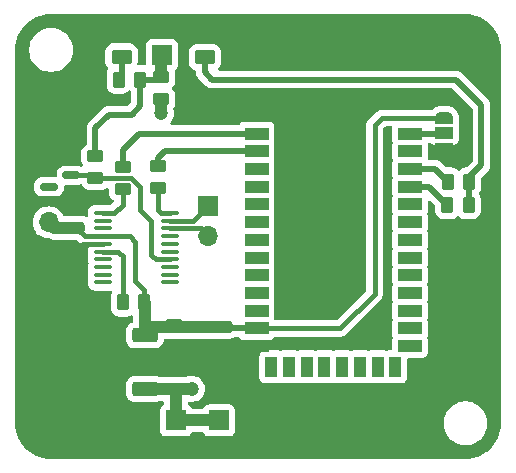
<source format=gbr>
%TF.GenerationSoftware,KiCad,Pcbnew,8.0.3-8.0.3-0~ubuntu24.04.1*%
%TF.CreationDate,2024-06-26T16:28:25+03:00*%
%TF.ProjectId,navigator,6e617669-6761-4746-9f72-2e6b69636164,rev?*%
%TF.SameCoordinates,Original*%
%TF.FileFunction,Copper,L1,Top*%
%TF.FilePolarity,Positive*%
%FSLAX46Y46*%
G04 Gerber Fmt 4.6, Leading zero omitted, Abs format (unit mm)*
G04 Created by KiCad (PCBNEW 8.0.3-8.0.3-0~ubuntu24.04.1) date 2024-06-26 16:28:25*
%MOMM*%
%LPD*%
G01*
G04 APERTURE LIST*
G04 Aperture macros list*
%AMRoundRect*
0 Rectangle with rounded corners*
0 $1 Rounding radius*
0 $2 $3 $4 $5 $6 $7 $8 $9 X,Y pos of 4 corners*
0 Add a 4 corners polygon primitive as box body*
4,1,4,$2,$3,$4,$5,$6,$7,$8,$9,$2,$3,0*
0 Add four circle primitives for the rounded corners*
1,1,$1+$1,$2,$3*
1,1,$1+$1,$4,$5*
1,1,$1+$1,$6,$7*
1,1,$1+$1,$8,$9*
0 Add four rect primitives between the rounded corners*
20,1,$1+$1,$2,$3,$4,$5,0*
20,1,$1+$1,$4,$5,$6,$7,0*
20,1,$1+$1,$6,$7,$8,$9,0*
20,1,$1+$1,$8,$9,$2,$3,0*%
%AMFreePoly0*
4,1,19,0.550000,-0.750000,0.000000,-0.750000,0.000000,-0.744911,-0.071157,-0.744911,-0.207708,-0.704816,-0.327430,-0.627875,-0.420627,-0.520320,-0.479746,-0.390866,-0.500000,-0.250000,-0.500000,0.250000,-0.479746,0.390866,-0.420627,0.520320,-0.327430,0.627875,-0.207708,0.704816,-0.071157,0.744911,0.000000,0.744911,0.000000,0.750000,0.550000,0.750000,0.550000,-0.750000,0.550000,-0.750000,
$1*%
%AMFreePoly1*
4,1,19,0.000000,0.744911,0.071157,0.744911,0.207708,0.704816,0.327430,0.627875,0.420627,0.520320,0.479746,0.390866,0.500000,0.250000,0.500000,-0.250000,0.479746,-0.390866,0.420627,-0.520320,0.327430,-0.627875,0.207708,-0.704816,0.071157,-0.744911,0.000000,-0.744911,0.000000,-0.750000,-0.550000,-0.750000,-0.550000,0.750000,0.000000,0.750000,0.000000,0.744911,0.000000,0.744911,
$1*%
G04 Aperture macros list end*
%TA.AperFunction,SMDPad,CuDef*%
%ADD10RoundRect,0.250000X0.262500X0.450000X-0.262500X0.450000X-0.262500X-0.450000X0.262500X-0.450000X0*%
%TD*%
%TA.AperFunction,SMDPad,CuDef*%
%ADD11RoundRect,0.250000X0.475000X-0.250000X0.475000X0.250000X-0.475000X0.250000X-0.475000X-0.250000X0*%
%TD*%
%TA.AperFunction,SMDPad,CuDef*%
%ADD12R,2.000000X1.000000*%
%TD*%
%TA.AperFunction,SMDPad,CuDef*%
%ADD13R,1.000000X1.800000*%
%TD*%
%TA.AperFunction,SMDPad,CuDef*%
%ADD14FreePoly0,90.000000*%
%TD*%
%TA.AperFunction,SMDPad,CuDef*%
%ADD15R,1.500000X1.000000*%
%TD*%
%TA.AperFunction,SMDPad,CuDef*%
%ADD16FreePoly1,90.000000*%
%TD*%
%TA.AperFunction,SMDPad,CuDef*%
%ADD17RoundRect,0.250000X-0.475000X0.250000X-0.475000X-0.250000X0.475000X-0.250000X0.475000X0.250000X0*%
%TD*%
%TA.AperFunction,SMDPad,CuDef*%
%ADD18RoundRect,0.100000X-0.637500X-0.100000X0.637500X-0.100000X0.637500X0.100000X-0.637500X0.100000X0*%
%TD*%
%TA.AperFunction,SMDPad,CuDef*%
%ADD19RoundRect,0.250000X-0.450000X0.262500X-0.450000X-0.262500X0.450000X-0.262500X0.450000X0.262500X0*%
%TD*%
%TA.AperFunction,SMDPad,CuDef*%
%ADD20RoundRect,0.250000X0.450000X-0.262500X0.450000X0.262500X-0.450000X0.262500X-0.450000X-0.262500X0*%
%TD*%
%TA.AperFunction,SMDPad,CuDef*%
%ADD21RoundRect,0.150000X-0.587500X-0.150000X0.587500X-0.150000X0.587500X0.150000X-0.587500X0.150000X0*%
%TD*%
%TA.AperFunction,SMDPad,CuDef*%
%ADD22RoundRect,0.250000X-0.625000X0.375000X-0.625000X-0.375000X0.625000X-0.375000X0.625000X0.375000X0*%
%TD*%
%TA.AperFunction,SMDPad,CuDef*%
%ADD23RoundRect,0.250000X0.850000X0.350000X-0.850000X0.350000X-0.850000X-0.350000X0.850000X-0.350000X0*%
%TD*%
%TA.AperFunction,SMDPad,CuDef*%
%ADD24RoundRect,0.250000X1.275000X1.125000X-1.275000X1.125000X-1.275000X-1.125000X1.275000X-1.125000X0*%
%TD*%
%TA.AperFunction,SMDPad,CuDef*%
%ADD25RoundRect,0.249997X2.950003X2.650003X-2.950003X2.650003X-2.950003X-2.650003X2.950003X-2.650003X0*%
%TD*%
%TA.AperFunction,ComponentPad*%
%ADD26R,1.700000X1.700000*%
%TD*%
%TA.AperFunction,ComponentPad*%
%ADD27O,1.700000X1.700000*%
%TD*%
%TA.AperFunction,ViaPad*%
%ADD28C,1.200000*%
%TD*%
%TA.AperFunction,Conductor*%
%ADD29C,0.500000*%
%TD*%
%TA.AperFunction,Conductor*%
%ADD30C,1.000000*%
%TD*%
%TA.AperFunction,Conductor*%
%ADD31C,0.400000*%
%TD*%
G04 APERTURE END LIST*
D10*
%TO.P,R107,1*%
%TO.N,Net-(D103-A)*%
X112055000Y-64430000D03*
%TO.P,R107,2*%
%TO.N,Net-(BT101-LED1)*%
X110230000Y-64430000D03*
%TD*%
D11*
%TO.P,C104,1*%
%TO.N,/5V*%
X87150000Y-79990000D03*
%TO.P,C104,2*%
%TO.N,GND*%
X87150000Y-78090000D03*
%TD*%
D12*
%TO.P,BT101,1,TXD*%
%TO.N,Net-(BT101-TXD)*%
X94077500Y-58370000D03*
%TO.P,BT101,2,RXD*%
%TO.N,Net-(BT101-RXD)*%
X94077500Y-59870000D03*
%TO.P,BT101,3*%
%TO.N,N/C*%
X94077500Y-61370000D03*
%TO.P,BT101,4*%
X94077500Y-62870000D03*
%TO.P,BT101,5*%
X94077500Y-64370000D03*
%TO.P,BT101,6*%
X94077500Y-65870000D03*
%TO.P,BT101,7*%
X94077500Y-67370000D03*
%TO.P,BT101,8*%
X94077500Y-68870000D03*
%TO.P,BT101,9*%
X94077500Y-70370000D03*
%TO.P,BT101,10*%
X94077500Y-71870000D03*
%TO.P,BT101,11*%
X94077500Y-73370000D03*
%TO.P,BT101,12,VCC*%
%TO.N,/3V3*%
X94077500Y-74870000D03*
%TO.P,BT101,13,GND*%
%TO.N,GND*%
X94077500Y-76370000D03*
D13*
%TO.P,BT101,14*%
%TO.N,N/C*%
X95327500Y-78120000D03*
%TO.P,BT101,15*%
X96827500Y-78120000D03*
%TO.P,BT101,16*%
X98327500Y-78120000D03*
%TO.P,BT101,17*%
X99827500Y-78120000D03*
%TO.P,BT101,18*%
X101327500Y-78120000D03*
%TO.P,BT101,19*%
X102827500Y-78120000D03*
%TO.P,BT101,20*%
X104327500Y-78120000D03*
%TO.P,BT101,21*%
X105827500Y-78120000D03*
D12*
%TO.P,BT101,22*%
X107077500Y-76370000D03*
%TO.P,BT101,23*%
X107077500Y-74870000D03*
%TO.P,BT101,24*%
X107077500Y-73370000D03*
%TO.P,BT101,25*%
X107077500Y-71870000D03*
%TO.P,BT101,26,Key2*%
%TO.N,unconnected-(BT101-Key2-Pad26)*%
X107077500Y-70370000D03*
%TO.P,BT101,27*%
%TO.N,N/C*%
X107077500Y-68870000D03*
%TO.P,BT101,28*%
X107077500Y-67370000D03*
%TO.P,BT101,29*%
X107077500Y-65870000D03*
%TO.P,BT101,30*%
X107077500Y-64370000D03*
%TO.P,BT101,31,LED1*%
%TO.N,Net-(BT101-LED1)*%
X107077500Y-62870000D03*
%TO.P,BT101,32,LED2*%
%TO.N,Net-(BT101-LED2)*%
X107077500Y-61370000D03*
%TO.P,BT101,33*%
%TO.N,N/C*%
X107077500Y-59870000D03*
%TO.P,BT101,34,KEY1*%
%TO.N,Net-(BT101-KEY1)*%
X107077500Y-58370000D03*
%TD*%
D14*
%TO.P,JP101,1,A*%
%TO.N,GND*%
X109957500Y-59650000D03*
D15*
%TO.P,JP101,2,C*%
%TO.N,Net-(BT101-KEY1)*%
X109957500Y-58350000D03*
D16*
%TO.P,JP101,3,B*%
%TO.N,/3V3*%
X109957500Y-57050000D03*
%TD*%
D17*
%TO.P,C105,1*%
%TO.N,/3V3*%
X87100000Y-74610000D03*
%TO.P,C105,2*%
%TO.N,GND*%
X87100000Y-76510000D03*
%TD*%
D18*
%TO.P,U101,1,PB7/PB8*%
%TO.N,/USART1_RX*%
X81065000Y-65110000D03*
%TO.P,U101,2,PC14/PB9*%
%TO.N,unconnected-(U101-PC14{slash}PB9-Pad2)*%
X81065000Y-65760000D03*
%TO.P,U101,3,PC15*%
%TO.N,unconnected-(U101-PC15-Pad3)*%
X81065000Y-66410000D03*
%TO.P,U101,4,VDD*%
%TO.N,/3V3*%
X81065000Y-67060000D03*
%TO.P,U101,5,VSS*%
%TO.N,GND*%
X81065000Y-67710000D03*
%TO.P,U101,6,NRST*%
%TO.N,Net-(U101-NRST)*%
X81065000Y-68360000D03*
%TO.P,U101,7,PA0*%
%TO.N,unconnected-(U101-PA0-Pad7)*%
X81065000Y-69010000D03*
%TO.P,U101,8,PA1*%
%TO.N,unconnected-(U101-PA1-Pad8)*%
X81065000Y-69660000D03*
%TO.P,U101,9,PA2*%
%TO.N,/USART2_TX*%
X81065000Y-70310000D03*
%TO.P,U101,10,PA3*%
%TO.N,/USART2_RX*%
X81065000Y-70960000D03*
%TO.P,U101,11,PA4*%
%TO.N,unconnected-(U101-PA4-Pad11)*%
X86790000Y-70960000D03*
%TO.P,U101,12,PA5*%
%TO.N,unconnected-(U101-PA5-Pad12)*%
X86790000Y-70310000D03*
%TO.P,U101,13,PA6*%
%TO.N,unconnected-(U101-PA6-Pad13)*%
X86790000Y-69660000D03*
%TO.P,U101,14,PA7*%
%TO.N,/INPUT*%
X86790000Y-69010000D03*
%TO.P,U101,15,PB0/PB1/PB2/PA8*%
%TO.N,unconnected-(U101-PB0{slash}PB1{slash}PB2{slash}PA8-Pad15)*%
X86790000Y-68360000D03*
%TO.P,U101,16,PA11/PA9*%
%TO.N,unconnected-(U101-PA11{slash}PA9-Pad16)*%
X86790000Y-67710000D03*
%TO.P,U101,17,PA12/PA10*%
%TO.N,unconnected-(U101-PA12{slash}PA10-Pad17)*%
X86790000Y-67060000D03*
%TO.P,U101,18,PA13*%
%TO.N,/SWDIO*%
X86790000Y-66410000D03*
%TO.P,U101,19,PA14/PA15*%
%TO.N,/SWDCLK*%
X86790000Y-65760000D03*
%TO.P,U101,20,PB3/PB4/PB5/PB6*%
%TO.N,/USART1_TX*%
X86790000Y-65110000D03*
%TD*%
D19*
%TO.P,R104,1*%
%TO.N,Net-(J105-Pin_1)*%
X80440000Y-60287500D03*
%TO.P,R104,2*%
%TO.N,/INPUT*%
X80440000Y-62112500D03*
%TD*%
D10*
%TO.P,R105,1*%
%TO.N,Net-(J105-Pin_1)*%
X84222500Y-53800000D03*
%TO.P,R105,2*%
%TO.N,Net-(D102-A)*%
X82397500Y-53800000D03*
%TD*%
D20*
%TO.P,R102,1*%
%TO.N,/USART1_RX*%
X82750000Y-63032500D03*
%TO.P,R102,2*%
%TO.N,Net-(BT101-TXD)*%
X82750000Y-61207500D03*
%TD*%
%TO.P,R101,1*%
%TO.N,/USART1_TX*%
X85730000Y-62972500D03*
%TO.P,R101,2*%
%TO.N,Net-(BT101-RXD)*%
X85730000Y-61147500D03*
%TD*%
D17*
%TO.P,C103,1*%
%TO.N,/3V3*%
X89200000Y-74710000D03*
%TO.P,C103,2*%
%TO.N,GND*%
X89200000Y-76610000D03*
%TD*%
D10*
%TO.P,R108,1*%
%TO.N,Net-(D103-A)*%
X112095000Y-62440000D03*
%TO.P,R108,2*%
%TO.N,Net-(BT101-LED2)*%
X110270000Y-62440000D03*
%TD*%
D21*
%TO.P,D101,1,A*%
%TO.N,GND*%
X76512500Y-60967500D03*
%TO.P,D101,2,NC*%
%TO.N,unconnected-(D101-NC-Pad2)*%
X76512500Y-62867500D03*
%TO.P,D101,3,K*%
%TO.N,/INPUT*%
X78387500Y-61917500D03*
%TD*%
D17*
%TO.P,C101,1*%
%TO.N,/3V3*%
X78830000Y-66370000D03*
%TO.P,C101,2*%
%TO.N,GND*%
X78830000Y-68270000D03*
%TD*%
%TO.P,C102,1*%
%TO.N,/3V3*%
X91310000Y-74730000D03*
%TO.P,C102,2*%
%TO.N,GND*%
X91310000Y-76630000D03*
%TD*%
D22*
%TO.P,D103,1,K*%
%TO.N,GND*%
X89710000Y-49120000D03*
%TO.P,D103,2,A*%
%TO.N,Net-(D103-A)*%
X89710000Y-51920000D03*
%TD*%
D10*
%TO.P,R103,1*%
%TO.N,/3V3*%
X84580000Y-72670000D03*
%TO.P,R103,2*%
%TO.N,Net-(U101-NRST)*%
X82755000Y-72670000D03*
%TD*%
D22*
%TO.P,D102,1,K*%
%TO.N,GND*%
X82650000Y-49060000D03*
%TO.P,D102,2,A*%
%TO.N,Net-(D102-A)*%
X82650000Y-51860000D03*
%TD*%
D23*
%TO.P,U102,1,IN*%
%TO.N,/5V*%
X84615000Y-80015000D03*
%TO.P,U102,2,GND*%
%TO.N,GND*%
X84615000Y-77735000D03*
D24*
X79990000Y-79260000D03*
X79990000Y-76210000D03*
D25*
X78315000Y-77735000D03*
D24*
X76640000Y-79260000D03*
X76640000Y-76210000D03*
D23*
%TO.P,U102,3,OUT*%
%TO.N,/3V3*%
X84615000Y-75455000D03*
%TD*%
D19*
%TO.P,R106,1*%
%TO.N,Net-(J105-Pin_1)*%
X86000000Y-53625000D03*
%TO.P,R106,2*%
%TO.N,/5V*%
X86000000Y-55450000D03*
%TD*%
D26*
%TO.P,J101,1,Pin_1*%
%TO.N,/SWDCLK*%
X89990000Y-64505000D03*
D27*
%TO.P,J101,2,Pin_2*%
%TO.N,/SWDIO*%
X89990000Y-67045000D03*
%TD*%
D26*
%TO.P,J103,1,Pin_1*%
%TO.N,/5V*%
X90910000Y-82660000D03*
%TD*%
%TO.P,J107,1,Pin_1*%
%TO.N,GND*%
X101260000Y-82750000D03*
%TD*%
%TO.P,J102,1,Pin_1*%
%TO.N,GND*%
X76480000Y-68430000D03*
D27*
%TO.P,J102,2,Pin_2*%
%TO.N,/3V3*%
X76480000Y-65890000D03*
%TD*%
D26*
%TO.P,J106,1,Pin_1*%
%TO.N,/5V*%
X87250000Y-82660000D03*
%TD*%
%TO.P,J104,1,Pin_1*%
%TO.N,GND*%
X97590000Y-82760000D03*
%TD*%
%TO.P,J105,1,Pin_1*%
%TO.N,Net-(J105-Pin_1)*%
X86060000Y-51720000D03*
%TD*%
D28*
%TO.N,/5V*%
X88590000Y-79990000D03*
X86000000Y-56670000D03*
%TD*%
D29*
%TO.N,Net-(BT101-RXD)*%
X85730000Y-60430000D02*
X85730000Y-61147500D01*
X94077500Y-59870000D02*
X86290000Y-59870000D01*
X86290000Y-59870000D02*
X85730000Y-60430000D01*
%TO.N,Net-(BT101-TXD)*%
X82750000Y-59760000D02*
X84140000Y-58370000D01*
X82750000Y-61207500D02*
X82750000Y-59760000D01*
X84140000Y-58370000D02*
X94077500Y-58370000D01*
D30*
%TO.N,GND*%
X86795000Y-77735000D02*
X87150000Y-78090000D01*
X87100000Y-76510000D02*
X91190000Y-76510000D01*
X87150000Y-76560000D02*
X87100000Y-76510000D01*
X91190000Y-76510000D02*
X91310000Y-76630000D01*
X84615000Y-77735000D02*
X86795000Y-77735000D01*
D31*
X79390000Y-67710000D02*
X78830000Y-68270000D01*
X81065000Y-67710000D02*
X79390000Y-67710000D01*
X78830000Y-68270000D02*
X76640000Y-68270000D01*
D29*
X89200000Y-76610000D02*
X91290000Y-76610000D01*
X94077500Y-76370000D02*
X91570000Y-76370000D01*
D30*
X87150000Y-78090000D02*
X87150000Y-76560000D01*
D29*
X91570000Y-76370000D02*
X91310000Y-76630000D01*
%TO.N,Net-(BT101-KEY1)*%
X107077500Y-58370000D02*
X109937500Y-58370000D01*
D31*
%TO.N,/3V3*%
X84580000Y-71600000D02*
X83820000Y-70840000D01*
D29*
X94077500Y-74870000D02*
X91450000Y-74870000D01*
D31*
X104070000Y-57680000D02*
X104700000Y-57050000D01*
D30*
X76960000Y-66370000D02*
X76480000Y-65890000D01*
D31*
X101140000Y-74870000D02*
X104070000Y-71940000D01*
X81065000Y-67060000D02*
X79520000Y-67060000D01*
D30*
X84615000Y-75455000D02*
X84615000Y-72705000D01*
D31*
X84580000Y-72670000D02*
X84580000Y-71600000D01*
X79520000Y-67060000D02*
X78830000Y-66370000D01*
X83820000Y-67520000D02*
X83360000Y-67060000D01*
D30*
X84615000Y-72705000D02*
X84580000Y-72670000D01*
D31*
X104070000Y-71940000D02*
X104070000Y-57680000D01*
X104700000Y-57050000D02*
X109957500Y-57050000D01*
D30*
X85340000Y-74730000D02*
X84615000Y-75455000D01*
X89220000Y-74730000D02*
X89200000Y-74710000D01*
X91310000Y-74730000D02*
X85340000Y-74730000D01*
D31*
X83360000Y-67060000D02*
X81065000Y-67060000D01*
X94077500Y-74870000D02*
X101140000Y-74870000D01*
X83820000Y-70840000D02*
X83820000Y-67520000D01*
D30*
X78830000Y-66370000D02*
X76960000Y-66370000D01*
D31*
%TO.N,/SWDCLK*%
X86790000Y-65760000D02*
X88735000Y-65760000D01*
X88735000Y-65760000D02*
X89990000Y-64505000D01*
%TO.N,/SWDIO*%
X89355000Y-66410000D02*
X89990000Y-67045000D01*
X86790000Y-66410000D02*
X89355000Y-66410000D01*
%TO.N,Net-(U101-NRST)*%
X82365000Y-68360000D02*
X82755000Y-68750000D01*
X81065000Y-68360000D02*
X82365000Y-68360000D01*
X82755000Y-68750000D02*
X82755000Y-72670000D01*
%TO.N,/INPUT*%
X83476166Y-62120000D02*
X84240000Y-62883834D01*
X81470000Y-62120000D02*
X81462500Y-62112500D01*
X78387500Y-61917500D02*
X80245000Y-61917500D01*
X85160000Y-65780000D02*
X85160000Y-68640000D01*
X84240000Y-62883834D02*
X84240000Y-64860000D01*
X85530000Y-69010000D02*
X86790000Y-69010000D01*
X81470000Y-62120000D02*
X83476166Y-62120000D01*
X84240000Y-64860000D02*
X85160000Y-65780000D01*
X85160000Y-68640000D02*
X85530000Y-69010000D01*
X81462500Y-62112500D02*
X80440000Y-62112500D01*
%TO.N,/USART1_TX*%
X86790000Y-65110000D02*
X86000000Y-65110000D01*
X85730000Y-62972500D02*
X85730000Y-64840000D01*
X85730000Y-64840000D02*
X86000000Y-65110000D01*
%TO.N,/USART1_RX*%
X82020000Y-65110000D02*
X82750000Y-64380000D01*
X82750000Y-64380000D02*
X82750000Y-63032500D01*
X81065000Y-65110000D02*
X82020000Y-65110000D01*
D30*
%TO.N,/5V*%
X87250000Y-80090000D02*
X87150000Y-79990000D01*
X87250000Y-82660000D02*
X90910000Y-82660000D01*
X84615000Y-80015000D02*
X87125000Y-80015000D01*
X87250000Y-82660000D02*
X87250000Y-80090000D01*
X86000000Y-55450000D02*
X86000000Y-56670000D01*
X87150000Y-79990000D02*
X88590000Y-79990000D01*
X87125000Y-80015000D02*
X87150000Y-79990000D01*
D29*
%TO.N,Net-(J105-Pin_1)*%
X85570000Y-53800000D02*
X86060000Y-53310000D01*
X86060000Y-53310000D02*
X86060000Y-51720000D01*
X84222500Y-56047500D02*
X84222500Y-53800000D01*
X81570000Y-56760000D02*
X83510000Y-56760000D01*
D30*
X86000000Y-53625000D02*
X86000000Y-51780000D01*
D29*
X83510000Y-56760000D02*
X84222500Y-56047500D01*
X80440000Y-57890000D02*
X81570000Y-56760000D01*
X84222500Y-53800000D02*
X85570000Y-53800000D01*
X80440000Y-60287500D02*
X80440000Y-57890000D01*
%TO.N,Net-(D102-A)*%
X82650000Y-51860000D02*
X82650000Y-53547500D01*
%TO.N,Net-(BT101-LED1)*%
X108670000Y-62870000D02*
X110230000Y-64430000D01*
X107077500Y-62870000D02*
X108670000Y-62870000D01*
%TO.N,Net-(BT101-LED2)*%
X109200000Y-61370000D02*
X110270000Y-62440000D01*
X107077500Y-61370000D02*
X109200000Y-61370000D01*
%TO.N,Net-(D103-A)*%
X89710000Y-53170000D02*
X90340000Y-53800000D01*
X89710000Y-51920000D02*
X89710000Y-53170000D01*
X110990000Y-53800000D02*
X113120000Y-55930000D01*
X90340000Y-53800000D02*
X110990000Y-53800000D01*
X113120000Y-61050000D02*
X113120000Y-55930000D01*
X112055000Y-64430000D02*
X112055000Y-62480000D01*
X112095000Y-62075000D02*
X113120000Y-61050000D01*
%TD*%
%TA.AperFunction,Conductor*%
%TO.N,GND*%
G36*
X111712169Y-48250501D02*
G01*
X111774817Y-48250500D01*
X111781304Y-48250669D01*
X112086161Y-48266643D01*
X112099042Y-48267996D01*
X112397371Y-48315243D01*
X112410056Y-48317940D01*
X112701794Y-48396107D01*
X112714099Y-48400105D01*
X112996103Y-48508352D01*
X113007926Y-48513617D01*
X113277040Y-48650735D01*
X113288263Y-48657213D01*
X113541575Y-48821713D01*
X113552069Y-48829338D01*
X113786781Y-49019401D01*
X113796427Y-49028086D01*
X114009988Y-49241644D01*
X114018673Y-49251290D01*
X114208737Y-49485996D01*
X114216366Y-49496496D01*
X114380857Y-49749788D01*
X114387347Y-49761029D01*
X114524461Y-50030127D01*
X114529740Y-50041984D01*
X114637972Y-50323937D01*
X114641983Y-50336281D01*
X114720153Y-50628013D01*
X114722851Y-50640709D01*
X114770095Y-50938997D01*
X114771452Y-50951905D01*
X114787385Y-51255897D01*
X114787555Y-51262387D01*
X114787555Y-82894809D01*
X114787385Y-82901299D01*
X114771408Y-83206147D01*
X114770051Y-83219054D01*
X114722808Y-83517343D01*
X114720110Y-83530039D01*
X114641943Y-83821764D01*
X114637932Y-83834109D01*
X114529700Y-84116062D01*
X114524421Y-84127919D01*
X114387307Y-84397020D01*
X114380817Y-84408260D01*
X114216334Y-84661542D01*
X114208705Y-84672043D01*
X114018637Y-84906758D01*
X114009952Y-84916403D01*
X113796403Y-85129952D01*
X113786758Y-85138637D01*
X113552043Y-85328705D01*
X113541542Y-85336334D01*
X113288260Y-85500817D01*
X113277020Y-85507307D01*
X113007919Y-85644421D01*
X112996062Y-85649700D01*
X112714109Y-85757932D01*
X112701764Y-85761943D01*
X112410039Y-85840110D01*
X112397343Y-85842808D01*
X112099054Y-85890051D01*
X112086147Y-85891408D01*
X111781300Y-85907385D01*
X111774810Y-85907555D01*
X76663246Y-85907555D01*
X76656756Y-85907385D01*
X76351910Y-85891408D01*
X76339002Y-85890051D01*
X76040718Y-85842807D01*
X76028022Y-85840109D01*
X75736295Y-85761940D01*
X75723951Y-85757929D01*
X75442002Y-85649699D01*
X75430144Y-85644419D01*
X75161051Y-85507307D01*
X75149811Y-85500818D01*
X74896522Y-85336329D01*
X74886022Y-85328700D01*
X74651320Y-85138640D01*
X74641674Y-85129955D01*
X74428119Y-84916397D01*
X74419434Y-84906751D01*
X74229374Y-84672043D01*
X74221745Y-84661542D01*
X74156634Y-84561278D01*
X74057252Y-84408240D01*
X74050775Y-84397020D01*
X73913659Y-84127908D01*
X73908388Y-84116069D01*
X73800154Y-83834101D01*
X73796150Y-83821780D01*
X73717982Y-83530039D01*
X73715287Y-83517365D01*
X73668040Y-83219038D01*
X73666687Y-83206147D01*
X73650670Y-82900439D01*
X73650500Y-82893949D01*
X73650501Y-82832169D01*
X73650500Y-82832164D01*
X73650500Y-79614983D01*
X83014500Y-79614983D01*
X83014500Y-80415001D01*
X83014501Y-80415019D01*
X83025000Y-80517796D01*
X83025001Y-80517799D01*
X83080185Y-80684331D01*
X83080186Y-80684334D01*
X83172288Y-80833656D01*
X83296344Y-80957712D01*
X83445666Y-81049814D01*
X83612203Y-81104999D01*
X83714991Y-81115500D01*
X85515008Y-81115499D01*
X85617797Y-81104999D01*
X85784334Y-81049814D01*
X85810036Y-81033960D01*
X85875132Y-81015500D01*
X86125500Y-81015500D01*
X86192539Y-81035185D01*
X86238294Y-81087989D01*
X86249500Y-81139500D01*
X86249500Y-81245858D01*
X86229815Y-81312897D01*
X86177011Y-81358652D01*
X86168847Y-81362034D01*
X86157669Y-81366204D01*
X86157664Y-81366206D01*
X86042455Y-81452452D01*
X86042452Y-81452455D01*
X85956206Y-81567664D01*
X85956202Y-81567671D01*
X85905908Y-81702517D01*
X85899501Y-81762116D01*
X85899501Y-81762123D01*
X85899500Y-81762135D01*
X85899500Y-83557870D01*
X85899501Y-83557876D01*
X85905908Y-83617483D01*
X85956202Y-83752328D01*
X85956206Y-83752335D01*
X86042452Y-83867544D01*
X86042455Y-83867547D01*
X86157664Y-83953793D01*
X86157671Y-83953797D01*
X86292517Y-84004091D01*
X86292516Y-84004091D01*
X86299444Y-84004835D01*
X86352127Y-84010500D01*
X88147872Y-84010499D01*
X88207483Y-84004091D01*
X88342331Y-83953796D01*
X88457546Y-83867546D01*
X88543796Y-83752331D01*
X88547960Y-83741165D01*
X88589829Y-83685234D01*
X88655293Y-83660816D01*
X88664141Y-83660500D01*
X89495859Y-83660500D01*
X89562898Y-83680185D01*
X89608653Y-83732989D01*
X89612030Y-83741140D01*
X89616204Y-83752331D01*
X89616205Y-83752332D01*
X89616206Y-83752335D01*
X89702452Y-83867544D01*
X89702455Y-83867547D01*
X89817664Y-83953793D01*
X89817671Y-83953797D01*
X89952517Y-84004091D01*
X89952516Y-84004091D01*
X89959444Y-84004835D01*
X90012127Y-84010500D01*
X91807872Y-84010499D01*
X91867483Y-84004091D01*
X92002331Y-83953796D01*
X92117546Y-83867546D01*
X92203796Y-83752331D01*
X92254091Y-83617483D01*
X92260500Y-83557873D01*
X92260500Y-82776767D01*
X109927556Y-82776767D01*
X109927556Y-83019344D01*
X109959217Y-83259841D01*
X110022003Y-83494160D01*
X110101149Y-83685234D01*
X110114832Y-83718268D01*
X110236120Y-83928345D01*
X110236122Y-83928348D01*
X110236123Y-83928349D01*
X110383789Y-84120792D01*
X110383795Y-84120799D01*
X110555312Y-84292316D01*
X110555318Y-84292321D01*
X110747767Y-84439992D01*
X110957844Y-84561280D01*
X111181956Y-84654110D01*
X111416267Y-84716894D01*
X111596642Y-84740640D01*
X111656767Y-84748556D01*
X111656768Y-84748556D01*
X111899345Y-84748556D01*
X111947444Y-84742223D01*
X112139845Y-84716894D01*
X112374156Y-84654110D01*
X112598268Y-84561280D01*
X112808345Y-84439992D01*
X113000794Y-84292321D01*
X113172321Y-84120794D01*
X113319992Y-83928345D01*
X113441280Y-83718268D01*
X113534110Y-83494156D01*
X113596894Y-83259845D01*
X113628556Y-83019344D01*
X113628556Y-82776768D01*
X113596894Y-82536267D01*
X113534110Y-82301956D01*
X113441280Y-82077844D01*
X113319992Y-81867767D01*
X113238923Y-81762116D01*
X113172322Y-81675319D01*
X113172316Y-81675312D01*
X113000799Y-81503795D01*
X113000792Y-81503789D01*
X112808349Y-81356123D01*
X112808348Y-81356122D01*
X112808345Y-81356120D01*
X112598268Y-81234832D01*
X112598261Y-81234829D01*
X112374160Y-81142003D01*
X112236056Y-81104998D01*
X112139845Y-81079218D01*
X112139844Y-81079217D01*
X112139841Y-81079217D01*
X111899345Y-81047556D01*
X111899344Y-81047556D01*
X111656768Y-81047556D01*
X111656767Y-81047556D01*
X111416270Y-81079217D01*
X111181951Y-81142003D01*
X110957850Y-81234829D01*
X110957841Y-81234833D01*
X110747762Y-81356123D01*
X110555319Y-81503789D01*
X110555312Y-81503795D01*
X110383795Y-81675312D01*
X110383789Y-81675319D01*
X110236123Y-81867762D01*
X110114833Y-82077841D01*
X110114829Y-82077850D01*
X110022003Y-82301951D01*
X109959217Y-82536270D01*
X109927556Y-82776767D01*
X92260500Y-82776767D01*
X92260499Y-81762128D01*
X92254091Y-81702517D01*
X92243946Y-81675318D01*
X92203797Y-81567671D01*
X92203793Y-81567664D01*
X92117547Y-81452455D01*
X92117544Y-81452452D01*
X92002335Y-81366206D01*
X92002328Y-81366202D01*
X91867482Y-81315908D01*
X91867483Y-81315908D01*
X91807883Y-81309501D01*
X91807881Y-81309500D01*
X91807873Y-81309500D01*
X91807864Y-81309500D01*
X90012129Y-81309500D01*
X90012123Y-81309501D01*
X89952516Y-81315908D01*
X89817671Y-81366202D01*
X89817664Y-81366206D01*
X89702455Y-81452452D01*
X89702452Y-81452455D01*
X89616206Y-81567664D01*
X89616204Y-81567668D01*
X89616204Y-81567669D01*
X89612039Y-81578834D01*
X89570171Y-81634766D01*
X89504707Y-81659184D01*
X89495859Y-81659500D01*
X88664141Y-81659500D01*
X88597102Y-81639815D01*
X88551347Y-81587011D01*
X88547969Y-81578859D01*
X88543796Y-81567669D01*
X88543793Y-81567665D01*
X88543793Y-81567664D01*
X88457547Y-81452455D01*
X88457544Y-81452452D01*
X88342335Y-81366206D01*
X88342332Y-81366205D01*
X88342331Y-81366204D01*
X88331161Y-81362038D01*
X88275231Y-81320166D01*
X88250816Y-81254701D01*
X88250500Y-81245858D01*
X88250500Y-81195426D01*
X88270185Y-81128387D01*
X88322989Y-81082632D01*
X88392147Y-81072688D01*
X88397229Y-81073527D01*
X88488024Y-81090500D01*
X88488027Y-81090500D01*
X88691974Y-81090500D01*
X88691976Y-81090500D01*
X88892456Y-81053024D01*
X89082637Y-80979348D01*
X89256041Y-80871981D01*
X89406764Y-80734579D01*
X89529673Y-80571821D01*
X89620582Y-80389250D01*
X89676397Y-80193083D01*
X89695215Y-79990000D01*
X89676397Y-79786917D01*
X89620582Y-79590750D01*
X89581470Y-79512203D01*
X89557365Y-79463793D01*
X89529673Y-79408179D01*
X89406764Y-79245421D01*
X89406762Y-79245418D01*
X89256041Y-79108019D01*
X89256039Y-79108017D01*
X89082642Y-79000655D01*
X89082635Y-79000651D01*
X88987546Y-78963814D01*
X88892456Y-78926976D01*
X88691976Y-78889500D01*
X88488024Y-78889500D01*
X88287544Y-78926976D01*
X88287541Y-78926976D01*
X88287541Y-78926977D01*
X88147763Y-78981127D01*
X88102969Y-78989500D01*
X86624998Y-78989500D01*
X86624980Y-78989501D01*
X86522203Y-79000000D01*
X86503617Y-79006159D01*
X86497441Y-79008206D01*
X86458438Y-79014500D01*
X85875132Y-79014500D01*
X85810036Y-78996039D01*
X85784334Y-78980186D01*
X85617797Y-78925001D01*
X85617795Y-78925000D01*
X85515010Y-78914500D01*
X83714998Y-78914500D01*
X83714981Y-78914501D01*
X83612203Y-78925000D01*
X83612200Y-78925001D01*
X83445668Y-78980185D01*
X83445663Y-78980187D01*
X83296342Y-79072289D01*
X83172289Y-79196342D01*
X83080187Y-79345663D01*
X83080185Y-79345668D01*
X83059471Y-79408179D01*
X83025001Y-79512203D01*
X83025001Y-79512204D01*
X83025000Y-79512204D01*
X83014500Y-79614983D01*
X73650500Y-79614983D01*
X73650500Y-65889999D01*
X75124341Y-65889999D01*
X75124341Y-65890000D01*
X75144936Y-66125403D01*
X75144938Y-66125413D01*
X75206094Y-66353655D01*
X75206096Y-66353659D01*
X75206097Y-66353663D01*
X75263836Y-66477484D01*
X75305965Y-66567830D01*
X75305967Y-66567834D01*
X75414281Y-66722521D01*
X75441505Y-66761401D01*
X75608599Y-66928495D01*
X75658153Y-66963193D01*
X75802165Y-67064032D01*
X75802167Y-67064033D01*
X75802170Y-67064035D01*
X76016337Y-67163903D01*
X76244592Y-67225063D01*
X76437458Y-67241936D01*
X76480301Y-67254679D01*
X76480458Y-67254301D01*
X76484097Y-67255808D01*
X76485111Y-67256110D01*
X76486080Y-67256628D01*
X76486086Y-67256632D01*
X76668165Y-67332052D01*
X76823680Y-67362986D01*
X76861455Y-67370500D01*
X76861458Y-67370501D01*
X76861460Y-67370501D01*
X77064655Y-67370501D01*
X77064675Y-67370500D01*
X78304991Y-67370500D01*
X78788482Y-67370500D01*
X78855521Y-67390185D01*
X78876163Y-67406819D01*
X78975886Y-67506542D01*
X79039982Y-67570638D01*
X79073459Y-67604115D01*
X79188182Y-67680771D01*
X79188186Y-67680773D01*
X79188189Y-67680775D01*
X79262866Y-67711707D01*
X79262867Y-67711707D01*
X79262869Y-67711709D01*
X79289728Y-67722834D01*
X79315671Y-67733580D01*
X79325143Y-67735464D01*
X79375488Y-67745478D01*
X79451004Y-67760500D01*
X79451007Y-67760500D01*
X79802418Y-67760500D01*
X79869457Y-67780185D01*
X79915212Y-67832989D01*
X79925156Y-67902147D01*
X79905358Y-67949154D01*
X79907028Y-67950119D01*
X79902965Y-67957156D01*
X79842456Y-68103237D01*
X79842455Y-68103239D01*
X79827000Y-68220638D01*
X79827000Y-68499363D01*
X79842453Y-68616753D01*
X79842457Y-68616765D01*
X79851066Y-68637550D01*
X79858533Y-68707019D01*
X79851066Y-68732450D01*
X79842457Y-68753234D01*
X79842455Y-68753239D01*
X79827000Y-68870638D01*
X79827000Y-69149363D01*
X79842453Y-69266753D01*
X79842457Y-69266765D01*
X79851066Y-69287550D01*
X79858533Y-69357019D01*
X79851066Y-69382450D01*
X79842457Y-69403234D01*
X79842455Y-69403239D01*
X79827000Y-69520638D01*
X79827000Y-69799363D01*
X79842453Y-69916753D01*
X79842457Y-69916765D01*
X79851066Y-69937550D01*
X79858533Y-70007019D01*
X79851066Y-70032450D01*
X79842457Y-70053234D01*
X79842455Y-70053239D01*
X79827000Y-70170638D01*
X79827000Y-70449363D01*
X79842453Y-70566753D01*
X79842457Y-70566765D01*
X79851066Y-70587550D01*
X79858533Y-70657019D01*
X79851066Y-70682450D01*
X79842457Y-70703234D01*
X79842455Y-70703239D01*
X79827000Y-70820638D01*
X79827000Y-71099363D01*
X79842453Y-71216753D01*
X79842456Y-71216762D01*
X79902964Y-71362841D01*
X79999218Y-71488282D01*
X80124659Y-71584536D01*
X80270738Y-71645044D01*
X80388139Y-71660500D01*
X81733647Y-71660499D01*
X81800686Y-71680184D01*
X81846441Y-71732987D01*
X81856385Y-71802146D01*
X81839186Y-71849595D01*
X81825980Y-71871006D01*
X81807686Y-71900666D01*
X81752501Y-72067203D01*
X81752501Y-72067204D01*
X81752500Y-72067204D01*
X81742000Y-72169983D01*
X81742000Y-73170001D01*
X81742001Y-73170019D01*
X81752500Y-73272796D01*
X81752501Y-73272799D01*
X81807685Y-73439331D01*
X81807686Y-73439334D01*
X81899788Y-73588656D01*
X82023844Y-73712712D01*
X82173166Y-73804814D01*
X82339703Y-73859999D01*
X82442491Y-73870500D01*
X83067508Y-73870499D01*
X83067516Y-73870498D01*
X83067519Y-73870498D01*
X83123802Y-73864748D01*
X83170297Y-73859999D01*
X83336834Y-73804814D01*
X83425404Y-73750183D01*
X83492796Y-73731744D01*
X83559459Y-73752667D01*
X83604229Y-73806309D01*
X83614500Y-73855723D01*
X83614500Y-74274699D01*
X83594815Y-74341738D01*
X83542011Y-74387493D01*
X83529507Y-74392403D01*
X83496962Y-74403188D01*
X83445668Y-74420185D01*
X83445663Y-74420187D01*
X83296342Y-74512289D01*
X83172289Y-74636342D01*
X83080187Y-74785663D01*
X83080186Y-74785666D01*
X83025001Y-74952203D01*
X83025001Y-74952204D01*
X83025000Y-74952204D01*
X83014500Y-75054983D01*
X83014500Y-75855001D01*
X83014501Y-75855019D01*
X83025000Y-75957796D01*
X83025001Y-75957799D01*
X83080185Y-76124331D01*
X83080186Y-76124334D01*
X83172288Y-76273656D01*
X83296344Y-76397712D01*
X83445666Y-76489814D01*
X83612203Y-76544999D01*
X83714991Y-76555500D01*
X85515008Y-76555499D01*
X85617797Y-76544999D01*
X85784334Y-76489814D01*
X85933656Y-76397712D01*
X86057712Y-76273656D01*
X86149814Y-76124334D01*
X86204999Y-75957797D01*
X86215500Y-75855009D01*
X86215500Y-75854500D01*
X86215531Y-75854394D01*
X86215660Y-75851861D01*
X86215820Y-75851869D01*
X86215821Y-75851868D01*
X86215844Y-75851870D01*
X86216265Y-75851891D01*
X86235185Y-75787461D01*
X86287989Y-75741706D01*
X86339500Y-75730500D01*
X91422975Y-75730500D01*
X91422983Y-75730499D01*
X91835002Y-75730499D01*
X91835008Y-75730499D01*
X91937797Y-75719999D01*
X92104334Y-75664814D01*
X92134253Y-75646360D01*
X92146249Y-75638961D01*
X92211345Y-75620500D01*
X92577749Y-75620500D01*
X92644788Y-75640185D01*
X92677015Y-75670188D01*
X92714304Y-75719999D01*
X92719954Y-75727546D01*
X92723899Y-75730499D01*
X92835164Y-75813793D01*
X92835171Y-75813797D01*
X92970017Y-75864091D01*
X92970016Y-75864091D01*
X92976944Y-75864835D01*
X93029627Y-75870500D01*
X95125372Y-75870499D01*
X95184983Y-75864091D01*
X95319831Y-75813796D01*
X95435046Y-75727546D01*
X95515414Y-75620188D01*
X95571347Y-75578318D01*
X95614680Y-75570500D01*
X101208996Y-75570500D01*
X101300040Y-75552389D01*
X101344328Y-75543580D01*
X101408069Y-75517177D01*
X101471807Y-75490777D01*
X101471808Y-75490776D01*
X101471811Y-75490775D01*
X101586543Y-75414114D01*
X104614114Y-72386543D01*
X104690775Y-72271811D01*
X104743580Y-72144328D01*
X104770500Y-72008994D01*
X104770500Y-71871006D01*
X104770500Y-58021519D01*
X104790185Y-57954480D01*
X104806819Y-57933838D01*
X104953838Y-57786819D01*
X105015161Y-57753334D01*
X105041519Y-57750500D01*
X105453000Y-57750500D01*
X105520039Y-57770185D01*
X105565794Y-57822989D01*
X105577000Y-57874500D01*
X105577000Y-58917870D01*
X105577001Y-58917876D01*
X105583409Y-58977484D01*
X105620401Y-59076668D01*
X105625385Y-59146360D01*
X105620401Y-59163332D01*
X105583409Y-59262514D01*
X105583408Y-59262516D01*
X105577001Y-59322116D01*
X105577000Y-59322127D01*
X105577000Y-60417870D01*
X105577001Y-60417876D01*
X105583409Y-60477484D01*
X105620401Y-60576668D01*
X105625385Y-60646360D01*
X105620401Y-60663332D01*
X105583409Y-60762514D01*
X105583408Y-60762516D01*
X105580217Y-60792203D01*
X105577001Y-60822123D01*
X105577000Y-60822135D01*
X105577000Y-61917870D01*
X105577001Y-61917876D01*
X105583409Y-61977484D01*
X105620401Y-62076668D01*
X105625385Y-62146360D01*
X105620401Y-62163332D01*
X105583409Y-62262514D01*
X105583408Y-62262516D01*
X105577001Y-62322116D01*
X105577001Y-62322123D01*
X105577000Y-62322135D01*
X105577000Y-63417870D01*
X105577001Y-63417876D01*
X105583409Y-63477484D01*
X105620401Y-63576668D01*
X105625385Y-63646360D01*
X105620401Y-63663332D01*
X105583409Y-63762514D01*
X105583408Y-63762516D01*
X105577001Y-63822116D01*
X105577001Y-63822123D01*
X105577000Y-63822135D01*
X105577000Y-64917870D01*
X105577001Y-64917876D01*
X105583409Y-64977484D01*
X105620401Y-65076668D01*
X105625385Y-65146360D01*
X105620401Y-65163332D01*
X105583409Y-65262514D01*
X105583408Y-65262516D01*
X105578675Y-65306545D01*
X105577001Y-65322123D01*
X105577000Y-65322135D01*
X105577000Y-66417870D01*
X105577001Y-66417876D01*
X105583409Y-66477484D01*
X105620401Y-66576668D01*
X105625385Y-66646360D01*
X105620401Y-66663332D01*
X105583409Y-66762514D01*
X105583408Y-66762516D01*
X105578347Y-66809596D01*
X105577001Y-66822123D01*
X105577000Y-66822135D01*
X105577000Y-67917870D01*
X105577001Y-67917876D01*
X105583409Y-67977484D01*
X105620401Y-68076668D01*
X105625385Y-68146360D01*
X105620401Y-68163332D01*
X105583409Y-68262514D01*
X105583408Y-68262516D01*
X105577346Y-68318905D01*
X105577001Y-68322123D01*
X105577000Y-68322135D01*
X105577000Y-69417870D01*
X105577001Y-69417876D01*
X105583409Y-69477484D01*
X105620401Y-69576668D01*
X105625385Y-69646360D01*
X105620401Y-69663332D01*
X105583409Y-69762514D01*
X105583408Y-69762516D01*
X105579447Y-69799363D01*
X105577001Y-69822123D01*
X105577000Y-69822135D01*
X105577000Y-70917870D01*
X105577001Y-70917876D01*
X105583409Y-70977484D01*
X105620401Y-71076668D01*
X105625385Y-71146360D01*
X105620401Y-71163332D01*
X105583409Y-71262514D01*
X105583408Y-71262516D01*
X105577001Y-71322116D01*
X105577000Y-71322127D01*
X105577000Y-72417870D01*
X105577001Y-72417876D01*
X105583409Y-72477484D01*
X105620401Y-72576668D01*
X105625385Y-72646360D01*
X105620401Y-72663332D01*
X105583409Y-72762514D01*
X105583408Y-72762516D01*
X105577001Y-72822116D01*
X105577001Y-72822123D01*
X105577000Y-72822135D01*
X105577000Y-73917870D01*
X105577001Y-73917876D01*
X105583409Y-73977484D01*
X105620401Y-74076668D01*
X105625385Y-74146360D01*
X105620401Y-74163332D01*
X105583409Y-74262514D01*
X105583408Y-74262516D01*
X105577001Y-74322116D01*
X105577001Y-74322123D01*
X105577000Y-74322135D01*
X105577000Y-75417870D01*
X105577001Y-75417876D01*
X105583409Y-75477484D01*
X105620401Y-75576668D01*
X105625385Y-75646360D01*
X105620401Y-75663332D01*
X105583409Y-75762514D01*
X105583408Y-75762516D01*
X105577001Y-75822116D01*
X105577001Y-75822123D01*
X105577000Y-75822135D01*
X105577000Y-76595500D01*
X105557315Y-76662539D01*
X105504511Y-76708294D01*
X105453001Y-76719500D01*
X105279630Y-76719500D01*
X105279623Y-76719501D01*
X105220015Y-76725909D01*
X105120832Y-76762901D01*
X105051140Y-76767885D01*
X105034168Y-76762901D01*
X104934985Y-76725909D01*
X104934983Y-76725908D01*
X104875383Y-76719501D01*
X104875381Y-76719500D01*
X104875373Y-76719500D01*
X104875364Y-76719500D01*
X103779629Y-76719500D01*
X103779623Y-76719501D01*
X103720015Y-76725909D01*
X103620832Y-76762901D01*
X103551140Y-76767885D01*
X103534168Y-76762901D01*
X103434985Y-76725909D01*
X103434983Y-76725908D01*
X103375383Y-76719501D01*
X103375381Y-76719500D01*
X103375373Y-76719500D01*
X103375364Y-76719500D01*
X102279629Y-76719500D01*
X102279623Y-76719501D01*
X102220015Y-76725909D01*
X102120832Y-76762901D01*
X102051140Y-76767885D01*
X102034168Y-76762901D01*
X101934985Y-76725909D01*
X101934983Y-76725908D01*
X101875383Y-76719501D01*
X101875381Y-76719500D01*
X101875373Y-76719500D01*
X101875364Y-76719500D01*
X100779629Y-76719500D01*
X100779623Y-76719501D01*
X100720015Y-76725909D01*
X100620832Y-76762901D01*
X100551140Y-76767885D01*
X100534168Y-76762901D01*
X100434985Y-76725909D01*
X100434983Y-76725908D01*
X100375383Y-76719501D01*
X100375381Y-76719500D01*
X100375373Y-76719500D01*
X100375364Y-76719500D01*
X99279629Y-76719500D01*
X99279623Y-76719501D01*
X99220015Y-76725909D01*
X99120832Y-76762901D01*
X99051140Y-76767885D01*
X99034168Y-76762901D01*
X98934985Y-76725909D01*
X98934983Y-76725908D01*
X98875383Y-76719501D01*
X98875381Y-76719500D01*
X98875373Y-76719500D01*
X98875364Y-76719500D01*
X97779629Y-76719500D01*
X97779623Y-76719501D01*
X97720015Y-76725909D01*
X97620832Y-76762901D01*
X97551140Y-76767885D01*
X97534168Y-76762901D01*
X97434985Y-76725909D01*
X97434983Y-76725908D01*
X97375383Y-76719501D01*
X97375381Y-76719500D01*
X97375373Y-76719500D01*
X97375364Y-76719500D01*
X96279629Y-76719500D01*
X96279623Y-76719501D01*
X96220015Y-76725909D01*
X96120832Y-76762901D01*
X96051140Y-76767885D01*
X96034168Y-76762901D01*
X95934985Y-76725909D01*
X95934983Y-76725908D01*
X95875383Y-76719501D01*
X95875381Y-76719500D01*
X95875373Y-76719500D01*
X95875364Y-76719500D01*
X94779629Y-76719500D01*
X94779623Y-76719501D01*
X94720016Y-76725908D01*
X94585171Y-76776202D01*
X94585164Y-76776206D01*
X94469955Y-76862452D01*
X94469952Y-76862455D01*
X94383706Y-76977664D01*
X94383702Y-76977671D01*
X94333408Y-77112517D01*
X94327001Y-77172116D01*
X94327000Y-77172135D01*
X94327000Y-79067870D01*
X94327001Y-79067876D01*
X94333408Y-79127483D01*
X94383702Y-79262328D01*
X94383706Y-79262335D01*
X94469952Y-79377544D01*
X94469955Y-79377547D01*
X94585164Y-79463793D01*
X94585171Y-79463797D01*
X94720017Y-79514091D01*
X94720016Y-79514091D01*
X94726944Y-79514835D01*
X94779627Y-79520500D01*
X95875372Y-79520499D01*
X95934983Y-79514091D01*
X96034169Y-79477096D01*
X96103858Y-79472113D01*
X96120819Y-79477092D01*
X96220017Y-79514091D01*
X96279627Y-79520500D01*
X97375372Y-79520499D01*
X97434983Y-79514091D01*
X97534169Y-79477096D01*
X97603858Y-79472113D01*
X97620819Y-79477092D01*
X97720017Y-79514091D01*
X97779627Y-79520500D01*
X98875372Y-79520499D01*
X98934983Y-79514091D01*
X99034169Y-79477096D01*
X99103858Y-79472113D01*
X99120819Y-79477092D01*
X99220017Y-79514091D01*
X99279627Y-79520500D01*
X100375372Y-79520499D01*
X100434983Y-79514091D01*
X100534169Y-79477096D01*
X100603858Y-79472113D01*
X100620819Y-79477092D01*
X100720017Y-79514091D01*
X100779627Y-79520500D01*
X101875372Y-79520499D01*
X101934983Y-79514091D01*
X102034169Y-79477096D01*
X102103858Y-79472113D01*
X102120819Y-79477092D01*
X102220017Y-79514091D01*
X102279627Y-79520500D01*
X103375372Y-79520499D01*
X103434983Y-79514091D01*
X103534169Y-79477096D01*
X103603858Y-79472113D01*
X103620819Y-79477092D01*
X103720017Y-79514091D01*
X103779627Y-79520500D01*
X104875372Y-79520499D01*
X104934983Y-79514091D01*
X105034169Y-79477096D01*
X105103858Y-79472113D01*
X105120819Y-79477092D01*
X105220017Y-79514091D01*
X105279627Y-79520500D01*
X106375372Y-79520499D01*
X106434983Y-79514091D01*
X106569831Y-79463796D01*
X106685046Y-79377546D01*
X106771296Y-79262331D01*
X106821591Y-79127483D01*
X106828000Y-79067873D01*
X106827999Y-77494498D01*
X106847684Y-77427460D01*
X106900487Y-77381705D01*
X106951999Y-77370499D01*
X108125371Y-77370499D01*
X108125372Y-77370499D01*
X108184983Y-77364091D01*
X108319831Y-77313796D01*
X108435046Y-77227546D01*
X108521296Y-77112331D01*
X108571591Y-76977483D01*
X108578000Y-76917873D01*
X108577999Y-75822128D01*
X108571591Y-75762517D01*
X108534596Y-75663330D01*
X108529613Y-75593642D01*
X108534592Y-75576680D01*
X108571591Y-75477483D01*
X108578000Y-75417873D01*
X108577999Y-74322128D01*
X108571591Y-74262517D01*
X108534596Y-74163330D01*
X108529613Y-74093642D01*
X108534592Y-74076680D01*
X108571591Y-73977483D01*
X108578000Y-73917873D01*
X108577999Y-72822128D01*
X108571591Y-72762517D01*
X108534596Y-72663330D01*
X108529613Y-72593642D01*
X108534592Y-72576680D01*
X108571591Y-72477483D01*
X108578000Y-72417873D01*
X108577999Y-71322128D01*
X108571591Y-71262517D01*
X108534596Y-71163330D01*
X108529613Y-71093642D01*
X108534592Y-71076680D01*
X108571591Y-70977483D01*
X108578000Y-70917873D01*
X108577999Y-69822128D01*
X108571591Y-69762517D01*
X108534596Y-69663330D01*
X108529613Y-69593642D01*
X108534592Y-69576680D01*
X108571591Y-69477483D01*
X108578000Y-69417873D01*
X108577999Y-68322128D01*
X108571591Y-68262517D01*
X108534596Y-68163330D01*
X108529613Y-68093642D01*
X108534592Y-68076680D01*
X108571591Y-67977483D01*
X108578000Y-67917873D01*
X108577999Y-66822128D01*
X108571591Y-66762517D01*
X108534596Y-66663330D01*
X108529613Y-66593642D01*
X108534592Y-66576680D01*
X108571591Y-66477483D01*
X108578000Y-66417873D01*
X108577999Y-65322128D01*
X108571591Y-65262517D01*
X108534596Y-65163330D01*
X108529613Y-65093642D01*
X108534592Y-65076680D01*
X108571591Y-64977483D01*
X108578000Y-64917873D01*
X108577999Y-64138727D01*
X108597683Y-64071689D01*
X108650487Y-64025934D01*
X108719646Y-64015990D01*
X108783202Y-64045015D01*
X108789680Y-64051047D01*
X109180681Y-64442048D01*
X109214166Y-64503371D01*
X109217000Y-64529729D01*
X109217000Y-64930001D01*
X109217001Y-64930019D01*
X109227500Y-65032796D01*
X109227501Y-65032799D01*
X109282685Y-65199331D01*
X109282687Y-65199336D01*
X109290603Y-65212170D01*
X109374788Y-65348656D01*
X109498844Y-65472712D01*
X109648166Y-65564814D01*
X109814703Y-65619999D01*
X109917491Y-65630500D01*
X110542508Y-65630499D01*
X110542516Y-65630498D01*
X110542519Y-65630498D01*
X110598802Y-65624748D01*
X110645297Y-65619999D01*
X110811834Y-65564814D01*
X110961156Y-65472712D01*
X111054819Y-65379049D01*
X111116142Y-65345564D01*
X111185834Y-65350548D01*
X111230181Y-65379049D01*
X111323844Y-65472712D01*
X111473166Y-65564814D01*
X111639703Y-65619999D01*
X111742491Y-65630500D01*
X112367508Y-65630499D01*
X112367516Y-65630498D01*
X112367519Y-65630498D01*
X112423802Y-65624748D01*
X112470297Y-65619999D01*
X112636834Y-65564814D01*
X112786156Y-65472712D01*
X112910212Y-65348656D01*
X113002314Y-65199334D01*
X113057499Y-65032797D01*
X113068000Y-64930009D01*
X113067999Y-63929992D01*
X113066959Y-63919814D01*
X113057499Y-63827203D01*
X113057498Y-63827200D01*
X113036442Y-63763657D01*
X113002314Y-63660666D01*
X112993490Y-63646360D01*
X112918693Y-63525093D01*
X112900253Y-63457701D01*
X112921176Y-63391037D01*
X112936543Y-63372324D01*
X112950212Y-63358656D01*
X113042314Y-63209334D01*
X113097499Y-63042797D01*
X113108000Y-62940009D01*
X113107999Y-62174729D01*
X113127683Y-62107691D01*
X113144318Y-62087049D01*
X113702947Y-61528421D01*
X113702947Y-61528420D01*
X113702952Y-61528416D01*
X113757739Y-61446420D01*
X113785084Y-61405495D01*
X113788484Y-61397288D01*
X113826633Y-61305186D01*
X113841658Y-61268913D01*
X113870500Y-61123918D01*
X113870500Y-55856082D01*
X113870500Y-55856079D01*
X113841659Y-55711092D01*
X113841658Y-55711091D01*
X113841658Y-55711087D01*
X113785084Y-55574505D01*
X113752186Y-55525270D01*
X113752185Y-55525268D01*
X113702956Y-55451589D01*
X113702952Y-55451584D01*
X111468421Y-53217052D01*
X111468414Y-53217046D01*
X111394729Y-53167812D01*
X111394729Y-53167813D01*
X111345491Y-53134913D01*
X111208917Y-53078343D01*
X111208907Y-53078340D01*
X111063920Y-53049500D01*
X111063918Y-53049500D01*
X90941230Y-53049500D01*
X90874191Y-53029815D01*
X90828436Y-52977011D01*
X90818492Y-52907853D01*
X90847517Y-52844297D01*
X90853549Y-52837819D01*
X90879040Y-52812328D01*
X90927712Y-52763656D01*
X91019814Y-52614334D01*
X91074999Y-52447797D01*
X91085500Y-52345009D01*
X91085499Y-51494992D01*
X91074999Y-51392203D01*
X91019814Y-51225666D01*
X90927712Y-51076344D01*
X90803656Y-50952288D01*
X90654334Y-50860186D01*
X90487797Y-50805001D01*
X90487795Y-50805000D01*
X90385010Y-50794500D01*
X89034998Y-50794500D01*
X89034981Y-50794501D01*
X88932203Y-50805000D01*
X88932200Y-50805001D01*
X88765668Y-50860185D01*
X88765663Y-50860187D01*
X88616342Y-50952289D01*
X88492289Y-51076342D01*
X88400187Y-51225663D01*
X88400186Y-51225666D01*
X88345001Y-51392203D01*
X88345001Y-51392204D01*
X88345000Y-51392204D01*
X88334500Y-51494983D01*
X88334500Y-52345001D01*
X88334501Y-52345019D01*
X88345000Y-52447796D01*
X88345001Y-52447799D01*
X88393052Y-52592806D01*
X88400186Y-52614334D01*
X88492288Y-52763656D01*
X88616344Y-52887712D01*
X88765666Y-52979814D01*
X88874505Y-53015879D01*
X88931949Y-53055652D01*
X88958772Y-53120167D01*
X88959500Y-53133585D01*
X88959500Y-53243918D01*
X88959500Y-53243920D01*
X88959499Y-53243920D01*
X88988340Y-53388907D01*
X88988342Y-53388913D01*
X89044916Y-53525494D01*
X89044918Y-53525498D01*
X89047196Y-53528907D01*
X89047198Y-53528913D01*
X89047199Y-53528913D01*
X89127046Y-53648414D01*
X89127052Y-53648421D01*
X89757049Y-54278416D01*
X89834789Y-54356156D01*
X89861585Y-54382952D01*
X89984498Y-54465080D01*
X89984511Y-54465087D01*
X90039705Y-54487949D01*
X90039706Y-54487949D01*
X90121088Y-54521659D01*
X90237241Y-54544763D01*
X90256468Y-54548587D01*
X90266081Y-54550500D01*
X90266082Y-54550500D01*
X90266083Y-54550500D01*
X90413918Y-54550500D01*
X110627770Y-54550500D01*
X110694809Y-54570185D01*
X110715451Y-54586819D01*
X112333181Y-56204549D01*
X112366666Y-56265872D01*
X112369500Y-56292230D01*
X112369500Y-60687769D01*
X112349815Y-60754808D01*
X112333181Y-60775450D01*
X111905449Y-61203181D01*
X111844126Y-61236666D01*
X111817771Y-61239500D01*
X111782500Y-61239500D01*
X111782480Y-61239501D01*
X111679703Y-61250000D01*
X111679700Y-61250001D01*
X111513168Y-61305185D01*
X111513163Y-61305187D01*
X111363842Y-61397289D01*
X111270181Y-61490951D01*
X111208858Y-61524436D01*
X111139166Y-61519452D01*
X111094819Y-61490951D01*
X111001157Y-61397289D01*
X111001156Y-61397288D01*
X110851834Y-61305186D01*
X110685297Y-61250001D01*
X110685295Y-61250000D01*
X110582516Y-61239500D01*
X110582509Y-61239500D01*
X110182230Y-61239500D01*
X110115191Y-61219815D01*
X110094549Y-61203181D01*
X109678421Y-60787052D01*
X109678420Y-60787051D01*
X109633597Y-60757102D01*
X109589363Y-60727546D01*
X109555495Y-60704916D01*
X109555488Y-60704912D01*
X109418917Y-60648343D01*
X109418907Y-60648340D01*
X109273920Y-60619500D01*
X109273918Y-60619500D01*
X108694368Y-60619500D01*
X108627329Y-60599815D01*
X108581574Y-60547011D01*
X108571079Y-60482244D01*
X108577999Y-60417881D01*
X108578000Y-60417873D01*
X108577999Y-59322128D01*
X108571591Y-59262517D01*
X108571591Y-59262516D01*
X108571079Y-59257753D01*
X108583486Y-59188994D01*
X108631097Y-59137857D01*
X108694369Y-59120500D01*
X108722722Y-59120500D01*
X108789761Y-59140185D01*
X108821989Y-59170190D01*
X108849949Y-59207541D01*
X108849952Y-59207544D01*
X108849954Y-59207546D01*
X108849957Y-59207548D01*
X108965164Y-59293793D01*
X108965171Y-59293797D01*
X109100017Y-59344091D01*
X109100016Y-59344091D01*
X109106944Y-59344835D01*
X109159627Y-59350500D01*
X110755372Y-59350499D01*
X110814983Y-59344091D01*
X110949831Y-59293796D01*
X111065046Y-59207546D01*
X111151296Y-59092331D01*
X111201591Y-58957483D01*
X111208000Y-58897873D01*
X111207999Y-57802128D01*
X111201591Y-57742517D01*
X111201589Y-57742513D01*
X111201353Y-57741511D01*
X111201260Y-57739442D01*
X111200762Y-57734804D01*
X111201052Y-57734772D01*
X111199291Y-57695346D01*
X111213000Y-57600000D01*
X111213000Y-56978111D01*
X111192524Y-56835696D01*
X111152017Y-56697741D01*
X111092247Y-56566863D01*
X111053060Y-56505887D01*
X111018123Y-56451523D01*
X111017302Y-56450081D01*
X111014511Y-56445901D01*
X110920292Y-56337169D01*
X110920289Y-56337166D01*
X110811635Y-56243018D01*
X110811632Y-56243015D01*
X110751776Y-56204549D01*
X110690594Y-56165230D01*
X110690587Y-56165227D01*
X110690581Y-56165223D01*
X110565856Y-56108263D01*
X110561557Y-56106014D01*
X110421761Y-56064966D01*
X110421751Y-56064963D01*
X110293800Y-56046567D01*
X110279441Y-56044503D01*
X110279440Y-56044503D01*
X110223101Y-56044503D01*
X110223091Y-56044500D01*
X110171736Y-56044500D01*
X109743264Y-56044500D01*
X109691927Y-56044500D01*
X109691899Y-56044503D01*
X109635559Y-56044503D01*
X109502021Y-56063703D01*
X109502019Y-56063703D01*
X109493244Y-56064964D01*
X109355186Y-56105503D01*
X109224418Y-56165223D01*
X109224408Y-56165228D01*
X109224406Y-56165230D01*
X109207019Y-56176404D01*
X109103367Y-56243015D01*
X109103363Y-56243018D01*
X109015430Y-56319213D01*
X108951875Y-56348238D01*
X108934228Y-56349500D01*
X104631004Y-56349500D01*
X104495677Y-56376418D01*
X104495667Y-56376421D01*
X104368192Y-56429222D01*
X104253454Y-56505887D01*
X103525887Y-57233454D01*
X103449223Y-57348192D01*
X103396421Y-57475668D01*
X103396418Y-57475680D01*
X103389103Y-57512455D01*
X103389103Y-57512456D01*
X103369500Y-57611004D01*
X103369500Y-71598481D01*
X103349815Y-71665520D01*
X103333181Y-71686162D01*
X100886162Y-74133181D01*
X100824839Y-74166666D01*
X100798481Y-74169500D01*
X95678567Y-74169500D01*
X95611528Y-74149815D01*
X95565773Y-74097011D01*
X95555829Y-74027853D01*
X95562385Y-74002168D01*
X95571590Y-73977485D01*
X95571591Y-73977484D01*
X95571591Y-73977483D01*
X95578000Y-73917873D01*
X95577999Y-72822128D01*
X95571591Y-72762517D01*
X95534596Y-72663330D01*
X95529613Y-72593642D01*
X95534592Y-72576680D01*
X95571591Y-72477483D01*
X95578000Y-72417873D01*
X95577999Y-71322128D01*
X95571591Y-71262517D01*
X95534596Y-71163330D01*
X95529613Y-71093642D01*
X95534592Y-71076680D01*
X95571591Y-70977483D01*
X95578000Y-70917873D01*
X95577999Y-69822128D01*
X95571591Y-69762517D01*
X95534596Y-69663330D01*
X95529613Y-69593642D01*
X95534592Y-69576680D01*
X95571591Y-69477483D01*
X95578000Y-69417873D01*
X95577999Y-68322128D01*
X95571591Y-68262517D01*
X95534596Y-68163330D01*
X95529613Y-68093642D01*
X95534592Y-68076680D01*
X95571591Y-67977483D01*
X95578000Y-67917873D01*
X95577999Y-66822128D01*
X95571591Y-66762517D01*
X95534596Y-66663330D01*
X95529613Y-66593642D01*
X95534592Y-66576680D01*
X95571591Y-66477483D01*
X95578000Y-66417873D01*
X95577999Y-65322128D01*
X95571591Y-65262517D01*
X95534596Y-65163330D01*
X95529613Y-65093642D01*
X95534592Y-65076680D01*
X95571591Y-64977483D01*
X95578000Y-64917873D01*
X95577999Y-63822128D01*
X95571591Y-63762517D01*
X95534596Y-63663330D01*
X95529613Y-63593642D01*
X95534592Y-63576680D01*
X95571591Y-63477483D01*
X95578000Y-63417873D01*
X95577999Y-62322128D01*
X95571591Y-62262517D01*
X95534596Y-62163330D01*
X95529613Y-62093642D01*
X95534592Y-62076680D01*
X95571591Y-61977483D01*
X95578000Y-61917873D01*
X95577999Y-60822128D01*
X95571591Y-60762517D01*
X95534596Y-60663330D01*
X95529613Y-60593642D01*
X95534592Y-60576680D01*
X95571591Y-60477483D01*
X95578000Y-60417873D01*
X95577999Y-59322128D01*
X95571591Y-59262517D01*
X95534596Y-59163330D01*
X95529613Y-59093642D01*
X95534592Y-59076680D01*
X95571591Y-58977483D01*
X95578000Y-58917873D01*
X95577999Y-57822128D01*
X95571591Y-57762517D01*
X95564132Y-57742519D01*
X95521297Y-57627671D01*
X95521293Y-57627664D01*
X95435047Y-57512455D01*
X95435044Y-57512452D01*
X95319835Y-57426206D01*
X95319828Y-57426202D01*
X95184982Y-57375908D01*
X95184983Y-57375908D01*
X95125383Y-57369501D01*
X95125381Y-57369500D01*
X95125373Y-57369500D01*
X95125364Y-57369500D01*
X93029629Y-57369500D01*
X93029623Y-57369501D01*
X92970016Y-57375908D01*
X92835171Y-57426202D01*
X92835164Y-57426206D01*
X92719957Y-57512451D01*
X92719951Y-57512457D01*
X92677015Y-57569812D01*
X92621081Y-57611682D01*
X92577749Y-57619500D01*
X86910787Y-57619500D01*
X86843748Y-57599815D01*
X86797993Y-57547011D01*
X86788049Y-57477853D01*
X86814459Y-57420022D01*
X86813309Y-57419154D01*
X86866899Y-57348189D01*
X86939673Y-57251821D01*
X87030582Y-57069250D01*
X87086397Y-56873083D01*
X87105215Y-56670000D01*
X87086397Y-56466917D01*
X87031915Y-56275434D01*
X87032501Y-56205568D01*
X87045639Y-56176410D01*
X87134814Y-56031834D01*
X87189999Y-55865297D01*
X87200500Y-55762509D01*
X87200499Y-55137492D01*
X87189999Y-55034703D01*
X87134814Y-54868166D01*
X87042712Y-54718844D01*
X86949049Y-54625181D01*
X86915564Y-54563858D01*
X86920548Y-54494166D01*
X86949049Y-54449819D01*
X87042712Y-54356156D01*
X87134814Y-54206834D01*
X87189999Y-54040297D01*
X87200500Y-53937509D01*
X87200499Y-53312492D01*
X87189999Y-53209703D01*
X87158583Y-53114898D01*
X87156182Y-53045071D01*
X87191914Y-52985029D01*
X87201971Y-52976635D01*
X87267546Y-52927546D01*
X87353796Y-52812331D01*
X87404091Y-52677483D01*
X87410500Y-52617873D01*
X87410499Y-50822128D01*
X87404091Y-50762517D01*
X87393641Y-50734500D01*
X87353797Y-50627671D01*
X87353793Y-50627664D01*
X87267547Y-50512455D01*
X87267544Y-50512452D01*
X87152335Y-50426206D01*
X87152328Y-50426202D01*
X87017482Y-50375908D01*
X87017483Y-50375908D01*
X86957883Y-50369501D01*
X86957881Y-50369500D01*
X86957873Y-50369500D01*
X86957864Y-50369500D01*
X85162129Y-50369500D01*
X85162123Y-50369501D01*
X85102516Y-50375908D01*
X84967671Y-50426202D01*
X84967664Y-50426206D01*
X84852455Y-50512452D01*
X84852452Y-50512455D01*
X84766206Y-50627664D01*
X84766202Y-50627671D01*
X84715908Y-50762517D01*
X84711341Y-50805000D01*
X84709501Y-50822123D01*
X84709500Y-50822135D01*
X84709500Y-52480012D01*
X84689815Y-52547051D01*
X84637011Y-52592806D01*
X84572899Y-52603370D01*
X84535021Y-52599500D01*
X84535009Y-52599500D01*
X84116567Y-52599500D01*
X84049528Y-52579815D01*
X84003773Y-52527011D01*
X83993829Y-52457853D01*
X83998858Y-52436505D01*
X84014999Y-52387797D01*
X84025500Y-52285009D01*
X84025499Y-51434992D01*
X84014999Y-51332203D01*
X83959814Y-51165666D01*
X83867712Y-51016344D01*
X83743656Y-50892288D01*
X83629919Y-50822135D01*
X83594336Y-50800187D01*
X83594331Y-50800185D01*
X83577175Y-50794500D01*
X83427797Y-50745001D01*
X83427795Y-50745000D01*
X83325010Y-50734500D01*
X81974998Y-50734500D01*
X81974981Y-50734501D01*
X81872203Y-50745000D01*
X81872200Y-50745001D01*
X81705668Y-50800185D01*
X81705663Y-50800187D01*
X81556342Y-50892289D01*
X81432289Y-51016342D01*
X81340187Y-51165663D01*
X81340185Y-51165668D01*
X81330761Y-51194108D01*
X81285001Y-51332203D01*
X81285001Y-51332204D01*
X81285000Y-51332204D01*
X81274500Y-51434983D01*
X81274500Y-52285001D01*
X81274501Y-52285019D01*
X81285000Y-52387796D01*
X81285001Y-52387799D01*
X81308215Y-52457853D01*
X81340186Y-52554334D01*
X81420328Y-52684266D01*
X81432289Y-52703657D01*
X81498781Y-52770149D01*
X81532266Y-52831472D01*
X81527282Y-52901164D01*
X81516639Y-52922926D01*
X81450190Y-53030659D01*
X81450185Y-53030668D01*
X81445087Y-53046054D01*
X81395001Y-53197203D01*
X81395001Y-53197204D01*
X81395000Y-53197204D01*
X81384500Y-53299983D01*
X81384500Y-54300001D01*
X81384501Y-54300019D01*
X81395000Y-54402796D01*
X81395001Y-54402799D01*
X81450185Y-54569331D01*
X81450187Y-54569336D01*
X81484999Y-54625776D01*
X81542288Y-54718656D01*
X81666344Y-54842712D01*
X81815666Y-54934814D01*
X81982203Y-54989999D01*
X82084991Y-55000500D01*
X82710008Y-55000499D01*
X82710016Y-55000498D01*
X82710019Y-55000498D01*
X82766302Y-54994748D01*
X82812797Y-54989999D01*
X82979334Y-54934814D01*
X83128656Y-54842712D01*
X83222319Y-54749049D01*
X83283642Y-54715564D01*
X83353334Y-54720548D01*
X83397681Y-54749049D01*
X83435681Y-54787049D01*
X83469166Y-54848372D01*
X83472000Y-54874730D01*
X83472000Y-55685270D01*
X83452315Y-55752309D01*
X83435681Y-55772951D01*
X83235451Y-55973181D01*
X83174128Y-56006666D01*
X83147770Y-56009500D01*
X81496080Y-56009500D01*
X81351092Y-56038340D01*
X81351082Y-56038343D01*
X81214511Y-56094912D01*
X81214498Y-56094919D01*
X81091584Y-56177048D01*
X81091580Y-56177051D01*
X79857052Y-57411578D01*
X79857049Y-57411581D01*
X79814297Y-57475564D01*
X79814298Y-57475565D01*
X79774914Y-57534508D01*
X79718343Y-57671082D01*
X79718340Y-57671092D01*
X79689500Y-57816079D01*
X79689500Y-59259362D01*
X79669815Y-59326401D01*
X79630598Y-59364899D01*
X79566388Y-59404505D01*
X79521342Y-59432289D01*
X79397289Y-59556342D01*
X79305187Y-59705663D01*
X79305186Y-59705666D01*
X79250001Y-59872203D01*
X79250001Y-59872204D01*
X79250000Y-59872204D01*
X79239500Y-59974983D01*
X79239500Y-60600001D01*
X79239501Y-60600019D01*
X79250000Y-60702796D01*
X79250001Y-60702799D01*
X79305185Y-60869331D01*
X79305189Y-60869340D01*
X79374178Y-60981190D01*
X79392618Y-61048583D01*
X79371695Y-61115246D01*
X79318053Y-61160015D01*
X79248722Y-61168676D01*
X79234044Y-61165362D01*
X79077573Y-61119902D01*
X79077567Y-61119901D01*
X79040701Y-61117000D01*
X79040694Y-61117000D01*
X77734306Y-61117000D01*
X77734298Y-61117000D01*
X77697432Y-61119901D01*
X77697426Y-61119902D01*
X77539606Y-61165754D01*
X77539603Y-61165755D01*
X77398137Y-61249417D01*
X77398129Y-61249423D01*
X77281923Y-61365629D01*
X77281917Y-61365637D01*
X77198255Y-61507103D01*
X77198254Y-61507106D01*
X77152402Y-61664926D01*
X77152401Y-61664932D01*
X77149500Y-61701798D01*
X77149500Y-61943000D01*
X77129815Y-62010039D01*
X77077011Y-62055794D01*
X77025500Y-62067000D01*
X75859298Y-62067000D01*
X75822432Y-62069901D01*
X75822426Y-62069902D01*
X75664606Y-62115754D01*
X75664603Y-62115755D01*
X75523137Y-62199417D01*
X75523129Y-62199423D01*
X75406923Y-62315629D01*
X75406917Y-62315637D01*
X75323255Y-62457103D01*
X75323254Y-62457106D01*
X75277402Y-62614926D01*
X75277401Y-62614932D01*
X75274500Y-62651798D01*
X75274500Y-63083201D01*
X75277401Y-63120067D01*
X75277402Y-63120073D01*
X75323254Y-63277893D01*
X75323255Y-63277896D01*
X75323256Y-63277898D01*
X75327466Y-63285016D01*
X75406917Y-63419362D01*
X75406923Y-63419370D01*
X75523129Y-63535576D01*
X75523133Y-63535579D01*
X75523135Y-63535581D01*
X75664602Y-63619244D01*
X75693601Y-63627669D01*
X75822426Y-63665097D01*
X75822429Y-63665097D01*
X75822431Y-63665098D01*
X75859306Y-63668000D01*
X75859314Y-63668000D01*
X77165686Y-63668000D01*
X77165694Y-63668000D01*
X77202569Y-63665098D01*
X77202571Y-63665097D01*
X77202573Y-63665097D01*
X77267065Y-63646360D01*
X77360398Y-63619244D01*
X77501865Y-63535581D01*
X77618081Y-63419365D01*
X77701744Y-63277898D01*
X77735733Y-63160908D01*
X77747597Y-63120073D01*
X77747598Y-63120067D01*
X77750499Y-63083201D01*
X77750500Y-63083194D01*
X77750500Y-62842000D01*
X77770185Y-62774961D01*
X77822989Y-62729206D01*
X77874500Y-62718000D01*
X79040686Y-62718000D01*
X79040694Y-62718000D01*
X79077569Y-62715098D01*
X79190855Y-62682185D01*
X79260721Y-62682384D01*
X79319392Y-62720325D01*
X79330985Y-62736162D01*
X79397288Y-62843656D01*
X79521344Y-62967712D01*
X79670666Y-63059814D01*
X79837203Y-63114999D01*
X79939991Y-63125500D01*
X80940008Y-63125499D01*
X80940016Y-63125498D01*
X80940019Y-63125498D01*
X80996302Y-63119748D01*
X81042797Y-63114999D01*
X81209334Y-63059814D01*
X81358656Y-62967712D01*
X81358659Y-62967708D01*
X81360403Y-62966633D01*
X81427795Y-62948193D01*
X81494459Y-62969115D01*
X81539229Y-63022757D01*
X81549500Y-63072172D01*
X81549500Y-63345000D01*
X81549501Y-63345019D01*
X81560000Y-63447796D01*
X81560001Y-63447799D01*
X81612798Y-63607127D01*
X81615186Y-63614334D01*
X81707288Y-63763656D01*
X81831344Y-63887712D01*
X81957818Y-63965721D01*
X82004542Y-64017667D01*
X82015765Y-64086630D01*
X81987922Y-64150712D01*
X81980402Y-64158940D01*
X81766162Y-64373181D01*
X81704839Y-64406666D01*
X81678481Y-64409500D01*
X80388136Y-64409500D01*
X80270746Y-64424953D01*
X80270737Y-64424956D01*
X80124660Y-64485463D01*
X79999218Y-64581718D01*
X79902963Y-64707160D01*
X79842456Y-64853237D01*
X79842455Y-64853239D01*
X79827000Y-64970638D01*
X79827000Y-65249355D01*
X79837478Y-65328950D01*
X79826710Y-65397985D01*
X79780329Y-65450240D01*
X79713060Y-65469124D01*
X79649443Y-65450673D01*
X79624338Y-65435188D01*
X79624335Y-65435186D01*
X79624334Y-65435186D01*
X79457797Y-65380001D01*
X79457795Y-65380000D01*
X79355016Y-65369500D01*
X79355009Y-65369500D01*
X78928543Y-65369500D01*
X78928541Y-65369500D01*
X77806395Y-65369500D01*
X77739356Y-65349815D01*
X77694014Y-65297906D01*
X77654035Y-65212171D01*
X77654033Y-65212168D01*
X77654032Y-65212166D01*
X77518494Y-65018597D01*
X77351402Y-64851506D01*
X77351395Y-64851501D01*
X77157834Y-64715967D01*
X77157830Y-64715965D01*
X77138948Y-64707160D01*
X76943663Y-64616097D01*
X76943659Y-64616096D01*
X76943655Y-64616094D01*
X76715413Y-64554938D01*
X76715403Y-64554936D01*
X76480001Y-64534341D01*
X76479999Y-64534341D01*
X76244596Y-64554936D01*
X76244586Y-64554938D01*
X76016344Y-64616094D01*
X76016335Y-64616098D01*
X75802171Y-64715964D01*
X75802169Y-64715965D01*
X75608597Y-64851505D01*
X75441505Y-65018597D01*
X75305965Y-65212169D01*
X75305964Y-65212171D01*
X75206098Y-65426335D01*
X75206094Y-65426344D01*
X75144938Y-65654586D01*
X75144936Y-65654596D01*
X75124341Y-65889999D01*
X73650500Y-65889999D01*
X73650500Y-51263246D01*
X73650670Y-51256757D01*
X73655284Y-51168711D01*
X74829500Y-51168711D01*
X74829500Y-51411288D01*
X74861161Y-51651785D01*
X74923947Y-51886104D01*
X75016773Y-52110205D01*
X75016776Y-52110212D01*
X75138064Y-52320289D01*
X75138066Y-52320292D01*
X75138067Y-52320293D01*
X75285733Y-52512736D01*
X75285739Y-52512743D01*
X75457256Y-52684260D01*
X75457262Y-52684265D01*
X75649711Y-52831936D01*
X75859788Y-52953224D01*
X76083900Y-53046054D01*
X76318211Y-53108838D01*
X76498586Y-53132584D01*
X76558711Y-53140500D01*
X76558712Y-53140500D01*
X76801289Y-53140500D01*
X76849388Y-53134167D01*
X77041789Y-53108838D01*
X77276100Y-53046054D01*
X77500212Y-52953224D01*
X77710289Y-52831936D01*
X77902738Y-52684265D01*
X78074265Y-52512738D01*
X78221936Y-52320289D01*
X78343224Y-52110212D01*
X78436054Y-51886100D01*
X78498838Y-51651789D01*
X78530500Y-51411288D01*
X78530500Y-51168712D01*
X78498838Y-50928211D01*
X78436054Y-50693900D01*
X78343224Y-50469788D01*
X78221936Y-50259711D01*
X78074265Y-50067262D01*
X78074260Y-50067256D01*
X77902743Y-49895739D01*
X77902736Y-49895733D01*
X77710293Y-49748067D01*
X77710292Y-49748066D01*
X77710289Y-49748064D01*
X77500212Y-49626776D01*
X77500205Y-49626773D01*
X77276104Y-49533947D01*
X77041785Y-49471161D01*
X76801289Y-49439500D01*
X76801288Y-49439500D01*
X76558712Y-49439500D01*
X76558711Y-49439500D01*
X76318214Y-49471161D01*
X76083895Y-49533947D01*
X75859794Y-49626773D01*
X75859785Y-49626777D01*
X75649706Y-49748067D01*
X75457263Y-49895733D01*
X75457256Y-49895739D01*
X75285739Y-50067256D01*
X75285733Y-50067263D01*
X75138067Y-50259706D01*
X75016777Y-50469785D01*
X75016773Y-50469794D01*
X74923947Y-50693895D01*
X74861161Y-50928214D01*
X74829500Y-51168711D01*
X73655284Y-51168711D01*
X73666646Y-50951909D01*
X73668003Y-50939000D01*
X73715250Y-50640692D01*
X73717940Y-50628035D01*
X73796116Y-50336276D01*
X73800117Y-50323961D01*
X73908362Y-50041975D01*
X73913625Y-50030154D01*
X74050759Y-49761014D01*
X74057225Y-49749815D01*
X74221733Y-49496496D01*
X74229343Y-49486021D01*
X74419427Y-49251287D01*
X74428094Y-49241662D01*
X74641662Y-49028094D01*
X74651287Y-49019427D01*
X74886021Y-48829343D01*
X74896502Y-48821728D01*
X75149815Y-48657225D01*
X75161014Y-48650759D01*
X75430154Y-48513625D01*
X75441975Y-48508362D01*
X75723961Y-48400117D01*
X75736276Y-48396116D01*
X76028035Y-48317940D01*
X76040692Y-48315250D01*
X76339002Y-48268002D01*
X76351908Y-48266646D01*
X76490708Y-48259372D01*
X76656757Y-48250670D01*
X76663246Y-48250500D01*
X76725892Y-48250500D01*
X111712165Y-48250500D01*
X111712169Y-48250501D01*
G37*
%TD.AperFunction*%
%TD*%
M02*

</source>
